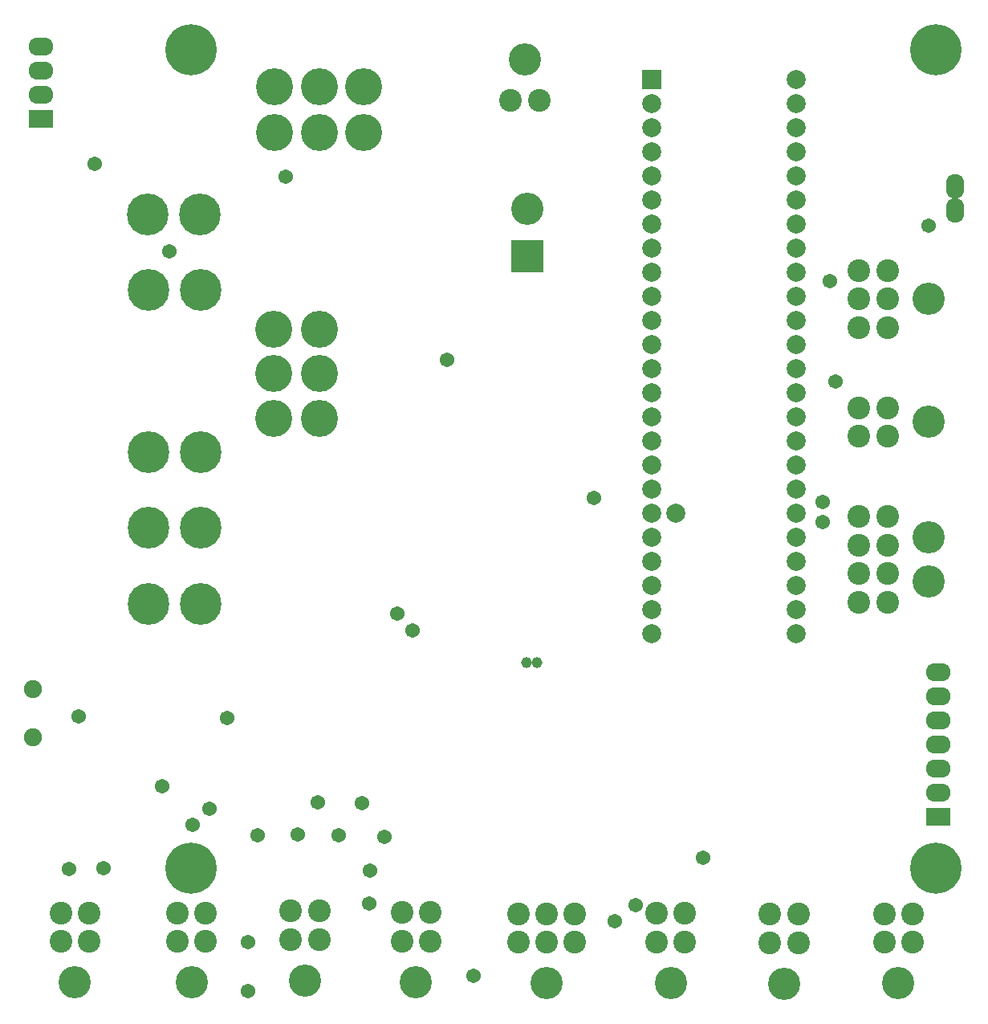
<source format=gbr>
G04 #@! TF.FileFunction,Soldermask,Bot*
%FSLAX46Y46*%
G04 Gerber Fmt 4.6, Leading zero omitted, Abs format (unit mm)*
G04 Created by KiCad (PCBNEW 4.0.4-stable) date 02/13/18 14:48:55*
%MOMM*%
%LPD*%
G01*
G04 APERTURE LIST*
%ADD10C,0.100000*%
%ADD11C,2.000000*%
%ADD12R,2.000000X2.000000*%
%ADD13C,5.400000*%
%ADD14C,4.400000*%
%ADD15O,2.597100X1.924000*%
%ADD16R,2.597100X1.924000*%
%ADD17R,3.400000X3.400000*%
%ADD18C,3.400000*%
%ADD19C,2.400000*%
%ADD20C,1.900000*%
%ADD21C,1.150000*%
%ADD22C,3.900000*%
%ADD23O,1.924000X2.597100*%
%ADD24C,1.543000*%
G04 APERTURE END LIST*
D10*
D11*
X87630000Y-68072000D03*
X87630000Y-70612000D03*
X87630000Y-73152000D03*
X87630000Y-75692000D03*
X87630000Y-65532000D03*
X87630000Y-62992000D03*
X87630000Y-60452000D03*
X87630000Y-78232000D03*
X87630000Y-80772000D03*
X87630000Y-83312000D03*
X87630000Y-85852000D03*
X90170000Y-73152000D03*
X102870000Y-85852000D03*
X102870000Y-83312000D03*
X102870000Y-80772000D03*
X102870000Y-78232000D03*
X102870000Y-75692000D03*
X102870000Y-73152000D03*
X102870000Y-70612000D03*
X102870000Y-68072000D03*
X87630000Y-57912000D03*
X87630000Y-55372000D03*
X87630000Y-52832000D03*
X87630000Y-50292000D03*
X87630000Y-47752000D03*
X87630000Y-45212000D03*
X87630000Y-42672000D03*
X87630000Y-40132000D03*
X87630000Y-37592000D03*
X87630000Y-35052000D03*
X87630000Y-32512000D03*
X87630000Y-29972000D03*
D12*
X87630000Y-27432000D03*
D11*
X102870000Y-65532000D03*
X102870000Y-62992000D03*
X102870000Y-60452000D03*
X102870000Y-57912000D03*
X102870000Y-55372000D03*
X102870000Y-52832000D03*
X102870000Y-50292000D03*
X102870000Y-47752000D03*
X102870000Y-45212000D03*
X102870000Y-42672000D03*
X102870000Y-40132000D03*
X102870000Y-37592000D03*
X102870000Y-35052000D03*
X102870000Y-32512000D03*
X102870000Y-29972000D03*
X102870000Y-27432000D03*
D13*
X117632520Y-110576400D03*
D14*
X34589720Y-82646520D03*
X40089720Y-82646520D03*
D15*
X117856000Y-100076000D03*
X117856000Y-97536000D03*
X117856000Y-94996000D03*
X117856000Y-92456000D03*
X117856000Y-102616000D03*
D16*
X117856000Y-105156000D03*
D15*
X117856000Y-89916000D03*
D17*
X74560000Y-46002000D03*
D18*
X74560000Y-41002000D03*
X62815300Y-122538160D03*
D19*
X64315300Y-115218160D03*
X64315300Y-118218160D03*
X61315300Y-115218160D03*
X61315300Y-118218160D03*
D18*
X51090000Y-122380000D03*
D19*
X52590000Y-115060000D03*
X52590000Y-118060000D03*
X49590000Y-115060000D03*
X49590000Y-118060000D03*
D18*
X39120000Y-122590000D03*
D19*
X40620000Y-115270000D03*
X40620000Y-118270000D03*
X37620000Y-115270000D03*
X37620000Y-118270000D03*
D18*
X116840000Y-50546000D03*
D19*
X112520000Y-50546000D03*
X109520000Y-50546000D03*
X109520000Y-47546000D03*
X112520000Y-47546000D03*
X109520000Y-53546000D03*
X112520000Y-53546000D03*
D18*
X116840000Y-75628000D03*
D19*
X112520000Y-79478000D03*
X109520000Y-79478000D03*
X109520000Y-73478000D03*
X112520000Y-73478000D03*
X109520000Y-82478000D03*
X112520000Y-82478000D03*
D18*
X116840000Y-80328000D03*
D19*
X112520000Y-76478000D03*
X109520000Y-76478000D03*
D18*
X26830000Y-122600000D03*
D19*
X28330000Y-115280000D03*
X28330000Y-118280000D03*
X25330000Y-115280000D03*
X25330000Y-118280000D03*
D18*
X116840000Y-63500000D03*
D19*
X109520000Y-62000000D03*
X112520000Y-62000000D03*
X109520000Y-65000000D03*
X112520000Y-65000000D03*
D14*
X34512400Y-41630000D03*
X40012400Y-41630000D03*
D18*
X76577020Y-122680400D03*
D19*
X76577020Y-118360400D03*
X76577020Y-115360400D03*
X79577020Y-115360400D03*
X79577020Y-118360400D03*
X73577020Y-115360400D03*
X73577020Y-118360400D03*
D14*
X34622400Y-49620000D03*
X40122400Y-49620000D03*
D18*
X113690000Y-122684000D03*
D19*
X115190000Y-115364000D03*
X115190000Y-118364000D03*
X112190000Y-115364000D03*
X112190000Y-118364000D03*
D18*
X89680880Y-122639760D03*
D19*
X91180880Y-115319760D03*
X91180880Y-118319760D03*
X88180880Y-115319760D03*
X88180880Y-118319760D03*
D15*
X23262400Y-29040000D03*
X23262400Y-26500000D03*
X23262400Y-23960000D03*
D16*
X23262400Y-31580000D03*
D14*
X34592400Y-66680000D03*
X40092400Y-66680000D03*
X34592400Y-74670000D03*
X40092400Y-74670000D03*
D18*
X101639200Y-122695640D03*
D19*
X103139200Y-115375640D03*
X103139200Y-118375640D03*
X100139200Y-115375640D03*
X100139200Y-118375640D03*
D20*
X22352000Y-96774000D03*
X22352000Y-91674000D03*
D21*
X75550000Y-88890000D03*
X74450000Y-88890000D03*
D22*
X52578000Y-53720000D03*
X52578000Y-58420000D03*
X52578000Y-63120000D03*
X47778000Y-53720000D03*
X47778000Y-58420000D03*
X47778000Y-63120000D03*
X47878000Y-28194000D03*
X52578000Y-28194000D03*
X57278000Y-28194000D03*
X47878000Y-32994000D03*
X52578000Y-32994000D03*
X57278000Y-32994000D03*
D13*
X39050000Y-24254500D03*
X39050000Y-110576400D03*
D23*
X119690000Y-38640000D03*
X119690000Y-41180000D03*
D18*
X74310000Y-25310000D03*
D19*
X72810000Y-29630000D03*
X75810000Y-29630000D03*
D13*
X117632520Y-24254500D03*
D24*
X57850000Y-114264000D03*
X26180000Y-110654000D03*
X83770000Y-116144000D03*
X28880000Y-36274000D03*
X62480000Y-85444000D03*
X57950000Y-110804000D03*
X29860000Y-110534000D03*
X93120000Y-109464000D03*
X36760000Y-45554000D03*
X42850000Y-94674000D03*
X57140000Y-103654000D03*
X46130000Y-107034000D03*
X68900000Y-121864000D03*
X106500000Y-48654000D03*
X81580000Y-71524000D03*
X36010000Y-101874000D03*
X52420000Y-103604000D03*
X50320000Y-107014000D03*
X54640000Y-107104000D03*
X107070000Y-59264000D03*
X49100000Y-37654000D03*
X41040000Y-104274000D03*
X45100000Y-118314000D03*
X86010000Y-114444000D03*
X105690000Y-71934000D03*
X66070000Y-56954000D03*
X39260000Y-105944000D03*
X27210000Y-94544000D03*
X45110000Y-123504000D03*
X59440000Y-107254000D03*
X105720000Y-74064000D03*
X60850000Y-83664000D03*
X116850000Y-42814000D03*
M02*

</source>
